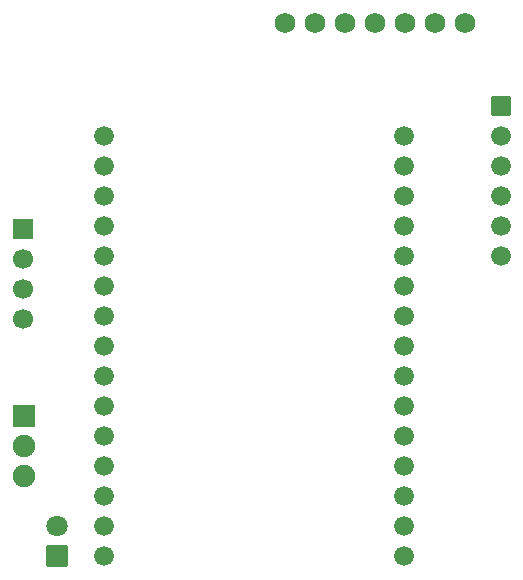
<source format=gbs>
G04 Layer: BottomSolderMaskLayer*
G04 EasyEDA Pro v2.2.32.3, 2024-11-13 01:00:44*
G04 Gerber Generator version 0.3*
G04 Scale: 100 percent, Rotated: No, Reflected: No*
G04 Dimensions in millimeters*
G04 Leading zeros omitted, absolute positions, 3 integers and 5 decimals*
%FSLAX35Y35*%
%MOMM*%
%AMRoundRect*1,1,$1,$2,$3*1,1,$1,$4,$5*1,1,$1,0-$2,0-$3*1,1,$1,0-$4,0-$5*20,1,$1,$2,$3,$4,$5,0*20,1,$1,$4,$5,0-$2,0-$3,0*20,1,$1,0-$2,0-$3,0-$4,0-$5,0*20,1,$1,0-$4,0-$5,$2,$3,0*4,1,4,$2,$3,$4,$5,0-$2,0-$3,0-$4,0-$5,$2,$3,0*%
%ADD10C,1.6764*%
%ADD11RoundRect,0.09579X0.7903X0.7903X0.7903X-0.7903*%
%ADD12C,1.7272*%
%ADD13C,1.9016*%
%ADD14RoundRect,0.09645X0.90257X-0.90257X-0.90257X-0.90257*%
%ADD15RoundRect,0.09618X-0.85271X-0.85271X-0.85271X0.85271*%
%ADD16C,1.8016*%
%ADD17R,1.7X1.7*%
%ADD18C,1.7*%
G75*


G04 Pad Start*
G54D10*
G01X6680200Y-3555987D03*
G01X6680200Y-3301987D03*
G01X6680200Y-3047987D03*
G01X6680200Y-2793987D03*
G01X6680200Y-2539987D03*
G54D11*
G01X6680200Y-2286013D03*
G54D10*
G01X3314700Y-2540000D03*
G01X3314700Y-2794000D03*
G01X3314700Y-3048000D03*
G01X3314700Y-3302000D03*
G01X3314700Y-3556000D03*
G01X3314700Y-3810000D03*
G01X3314700Y-4064000D03*
G01X3314700Y-4318000D03*
G01X3314700Y-4572000D03*
G01X3314700Y-4826000D03*
G01X3314700Y-5080000D03*
G01X3314700Y-5334000D03*
G01X3314700Y-5588000D03*
G01X3314700Y-5842000D03*
G01X3314700Y-6096000D03*
G01X5854700Y-6096000D03*
G01X5854700Y-5842000D03*
G01X5854700Y-5588000D03*
G01X5854700Y-5334000D03*
G01X5854700Y-5080000D03*
G01X5854700Y-4826000D03*
G01X5854700Y-4572000D03*
G01X5854700Y-4318000D03*
G01X5854700Y-4064000D03*
G01X5854700Y-3810000D03*
G01X5854700Y-3556000D03*
G01X5854700Y-3302000D03*
G01X5854700Y-3048000D03*
G01X5854700Y-2794000D03*
G01X5854700Y-2540000D03*
G54D12*
G01X4852416Y-1591310D03*
G01X5106416Y-1591310D03*
G01X5360416Y-1591310D03*
G01X5614416Y-1591310D03*
G01X5868416Y-1591310D03*
G01X6122416Y-1591310D03*
G01X6376416Y-1591310D03*
G54D13*
G01X2641600Y-5422900D03*
G01X2641600Y-5168900D03*
G54D14*
G01X2641600Y-4914900D03*
G54D15*
G01X2921000Y-6096000D03*
G54D16*
G01X2921000Y-5842000D03*
G54D17*
G01X2628900Y-3327400D03*
G54D18*
G01X2628900Y-3581399D03*
G01X2628900Y-3835399D03*
G01X2628900Y-4089398D03*
G04 Pad End*

M02*


</source>
